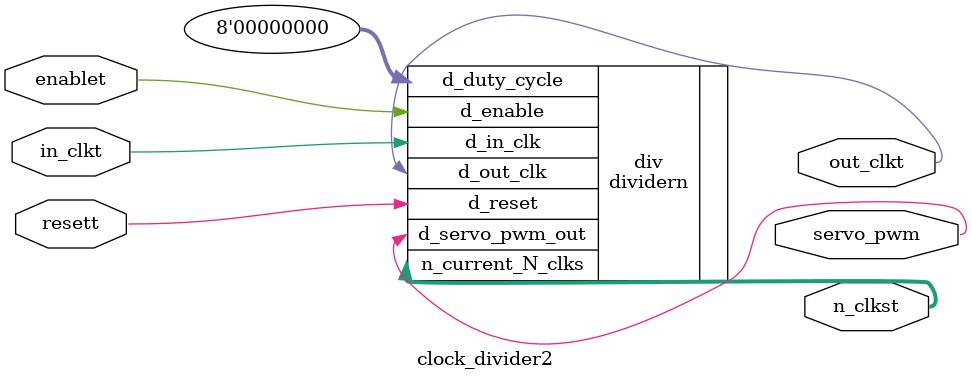
<source format=v>

/*module clock_divider #(
   parameter in_freq=50,
	parameter out_freq=25,
	parameter Toggle_value=(in_freq/out_freq)
	

)


(

    input  in_clk,
	 input enable,  //enable counter
	 input reset,
	
    output [31:0] n_clks,
    
    // output to servo pin
    output   out_clk
   
);
// base frequency is 100 mhz , div is the divisor for different frequency
// for example ,to get 50mhz output frequency ,div =100/50 =2;
//div =in_clk freq / out_clk freq

 localparam [31:0] div=4;   //clock divisor

wire [31:0] current_N_clks;
assign n_clks=current_N_clks;  //remove




CounterNBit #(
    .WIDTH  (32),
    .MAX_VALUE((Toggle_value-1))
) clk_Counter (
    .clock     (in_clk ),    
    .reset     (reset ),
    .enable    (enable),
    .countValue(current_N_clks  )
);

Comparator32Bit clk_compare (

     .a     (current_N_clks ),
     .b         ((Toggle_value) ),
    .q(out_clk )
);

endmodule */

module clock_divider2 (

    input  in_clkt,
	 input enablet,  //enable counter
	 input resett,
	output servo_pwm,
    output [31:0] n_clkst,
    
    // output to servo pin
    output   out_clkt
   
);
// base frequency is 100 mhz , div is the divisor for different frequency
// for example ,to get 50mhz output frequency ,div =100/50 =2;
//div =in_clk freq / out_clk freq

 //localparam [31:0] div=4;   //clock divisor

//wire [31:0] current_N_clkst;
//assign n_clkst=current_N_clkst;  //remove



/*
divider #(
    .in_freq  (50),
	 .out_freq  (50)
   
) notdiv (
    .in_clk    (in_clkt ),    
    .reset     (resett ),
    .enable    (enablet),
	 .out_clk (out_clkt ),
	 .n_clks (n_clkst)
    
);
*/

dividern #(
    .in_freq  (50),  
	 .out_freq  (50)
   
) div (
    .d_in_clk   (in_clkt ),   //this is the main clock source frequency
    .d_reset     (resett ),
    .d_enable    (enablet),
	 .d_duty_cycle(8'd0),
	 .d_out_clk (out_clkt),
	 .n_current_N_clks(n_clkst),	 
	 .d_servo_pwm_out(servo_pwm)
	 //.d_cycle_time_clks (cycle_time_clks),
	// .d_on_time_minus90_clks (on_time_minus90_clks),
	// .d_on_time_plus90_clks (on_time_plus90_clks ),
	// .d_on_time_centre__clks (on_time_centre__clks )
    
);
	
endmodule 
</source>
